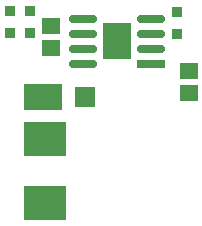
<source format=gtp>
G04*
G04 #@! TF.GenerationSoftware,Altium Limited,Altium Designer,20.1.12 (249)*
G04*
G04 Layer_Color=8421504*
%FSLAX25Y25*%
%MOIN*%
G70*
G04*
G04 #@! TF.SameCoordinates,52F10900-DB58-4C41-AEEA-7F3F7A3DCA95*
G04*
G04*
G04 #@! TF.FilePolarity,Positive*
G04*
G01*
G75*
%ADD13R,0.14300X0.11650*%
%ADD14O,0.09449X0.02756*%
%ADD15R,0.09449X0.02756*%
%ADD16R,0.09449X0.12205*%
%ADD17R,0.03740X0.03543*%
%ADD18R,0.05906X0.05709*%
%ADD19R,0.13000X0.08661*%
%ADD20R,0.06500X0.06500*%
D13*
X164000Y162050D02*
D03*
Y183500D02*
D03*
D14*
X176681Y223500D02*
D03*
Y218500D02*
D03*
Y213500D02*
D03*
Y208500D02*
D03*
X199319Y223500D02*
D03*
Y218500D02*
D03*
Y213500D02*
D03*
D15*
Y208500D02*
D03*
D16*
X188019Y216000D02*
D03*
D17*
X152500Y226142D02*
D03*
Y218858D02*
D03*
X159000D02*
D03*
Y226142D02*
D03*
X208000Y225642D02*
D03*
Y218358D02*
D03*
D18*
X166000Y213858D02*
D03*
Y221142D02*
D03*
X212000Y198858D02*
D03*
Y206142D02*
D03*
D19*
X163500Y197500D02*
D03*
D20*
X177500D02*
D03*
M02*

</source>
